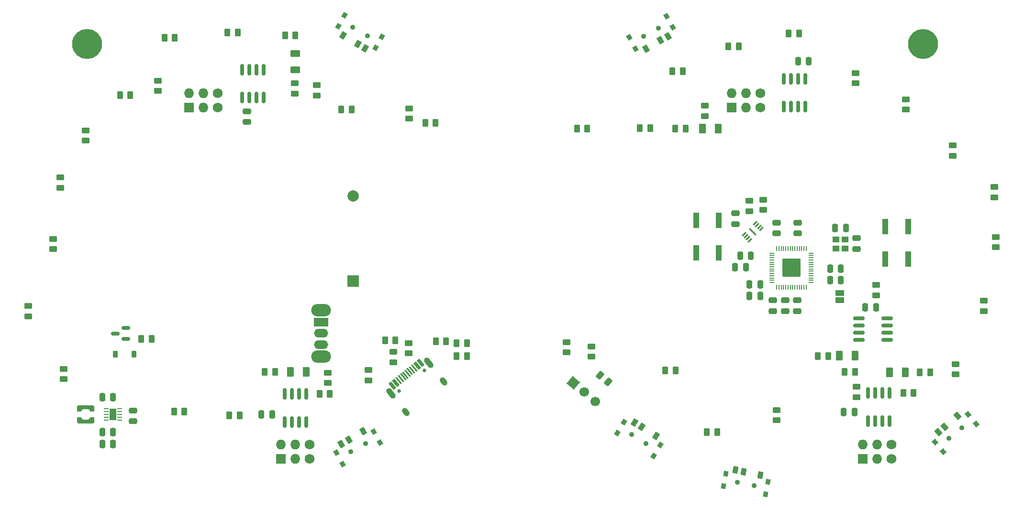
<source format=gbr>
%TF.GenerationSoftware,KiCad,Pcbnew,8.0.1*%
%TF.CreationDate,2024-06-21T13:35:14-04:00*%
%TF.ProjectId,CHV_DC32,4348565f-4443-4333-922e-6b696361645f,rev?*%
%TF.SameCoordinates,Original*%
%TF.FileFunction,Soldermask,Bot*%
%TF.FilePolarity,Negative*%
%FSLAX46Y46*%
G04 Gerber Fmt 4.6, Leading zero omitted, Abs format (unit mm)*
G04 Created by KiCad (PCBNEW 8.0.1) date 2024-06-21 13:35:14*
%MOMM*%
%LPD*%
G01*
G04 APERTURE LIST*
G04 Aperture macros list*
%AMRoundRect*
0 Rectangle with rounded corners*
0 $1 Rounding radius*
0 $2 $3 $4 $5 $6 $7 $8 $9 X,Y pos of 4 corners*
0 Add a 4 corners polygon primitive as box body*
4,1,4,$2,$3,$4,$5,$6,$7,$8,$9,$2,$3,0*
0 Add four circle primitives for the rounded corners*
1,1,$1+$1,$2,$3*
1,1,$1+$1,$4,$5*
1,1,$1+$1,$6,$7*
1,1,$1+$1,$8,$9*
0 Add four rect primitives between the rounded corners*
20,1,$1+$1,$2,$3,$4,$5,0*
20,1,$1+$1,$4,$5,$6,$7,0*
20,1,$1+$1,$6,$7,$8,$9,0*
20,1,$1+$1,$8,$9,$2,$3,0*%
%AMHorizOval*
0 Thick line with rounded ends*
0 $1 width*
0 $2 $3 position (X,Y) of the first rounded end (center of the circle)*
0 $4 $5 position (X,Y) of the second rounded end (center of the circle)*
0 Add line between two ends*
20,1,$1,$2,$3,$4,$5,0*
0 Add two circle primitives to create the rounded ends*
1,1,$1,$2,$3*
1,1,$1,$4,$5*%
%AMRotRect*
0 Rectangle, with rotation*
0 The origin of the aperture is its center*
0 $1 length*
0 $2 width*
0 $3 Rotation angle, in degrees counterclockwise*
0 Add horizontal line*
21,1,$1,$2,0,0,$3*%
%AMFreePoly0*
4,1,11,0.760000,0.825000,0.380000,0.510000,0.380000,-0.510000,0.760000,-0.825000,0.760000,-1.525000,-0.125000,-1.525000,-0.380000,-1.270000,-0.380000,1.270000,-0.125000,1.525000,0.760000,1.525000,0.760000,0.825000,0.760000,0.825000,$1*%
G04 Aperture macros list end*
%ADD10O,1.727200X1.727200*%
%ADD11R,1.727200X1.727200*%
%ADD12C,1.727200*%
%ADD13C,5.300000*%
%ADD14RoundRect,0.250000X0.475000X-0.250000X0.475000X0.250000X-0.475000X0.250000X-0.475000X-0.250000X0*%
%ADD15RoundRect,0.250000X-0.262500X-0.450000X0.262500X-0.450000X0.262500X0.450000X-0.262500X0.450000X0*%
%ADD16RoundRect,0.150000X0.150000X-0.825000X0.150000X0.825000X-0.150000X0.825000X-0.150000X-0.825000X0*%
%ADD17RoundRect,0.250000X-0.450000X0.262500X-0.450000X-0.262500X0.450000X-0.262500X0.450000X0.262500X0*%
%ADD18R,1.000000X2.750000*%
%ADD19RoundRect,0.250000X0.262500X0.450000X-0.262500X0.450000X-0.262500X-0.450000X0.262500X-0.450000X0*%
%ADD20RoundRect,0.250000X0.450000X-0.262500X0.450000X0.262500X-0.450000X0.262500X-0.450000X-0.262500X0*%
%ADD21RoundRect,0.250000X-0.250000X-0.475000X0.250000X-0.475000X0.250000X0.475000X-0.250000X0.475000X0*%
%ADD22RoundRect,0.250000X0.250000X0.475000X-0.250000X0.475000X-0.250000X-0.475000X0.250000X-0.475000X0*%
%ADD23RoundRect,0.250000X-0.375000X-0.625000X0.375000X-0.625000X0.375000X0.625000X-0.375000X0.625000X0*%
%ADD24RoundRect,0.250000X-0.475000X0.250000X-0.475000X-0.250000X0.475000X-0.250000X0.475000X0.250000X0*%
%ADD25C,0.900000*%
%ADD26RotRect,0.900000X1.250000X349.000000*%
%ADD27RotRect,0.800000X0.930000X349.000000*%
%ADD28RoundRect,0.150000X-0.150000X0.825000X-0.150000X-0.825000X0.150000X-0.825000X0.150000X0.825000X0*%
%ADD29RoundRect,0.250000X0.375000X0.625000X-0.375000X0.625000X-0.375000X-0.625000X0.375000X-0.625000X0*%
%ADD30RotRect,1.700000X1.700000X230.000000*%
%ADD31HorizOval,1.700000X0.000000X0.000000X0.000000X0.000000X0*%
%ADD32RotRect,0.900000X1.250000X328.000000*%
%ADD33RotRect,0.800000X0.930000X328.000000*%
%ADD34R,1.500000X1.000000*%
%ADD35RotRect,0.900000X1.250000X150.000000*%
%ADD36RotRect,0.800000X0.930000X150.000000*%
%ADD37R,2.000000X2.000000*%
%ADD38C,2.000000*%
%ADD39RotRect,0.300000X0.900000X135.000000*%
%ADD40RotRect,0.250000X1.650000X225.000000*%
%ADD41C,0.650000*%
%ADD42RotRect,0.600000X1.450000X219.000000*%
%ADD43RotRect,0.300000X1.450000X219.000000*%
%ADD44HorizOval,1.000000X-0.188796X0.233144X0.188796X-0.233144X0*%
%ADD45HorizOval,1.000000X-0.346126X0.427430X0.346126X-0.427430X0*%
%ADD46RotRect,0.900000X1.250000X40.000000*%
%ADD47RotRect,0.800000X0.930000X40.000000*%
%ADD48RotRect,0.900000X1.250000X210.000000*%
%ADD49RotRect,0.800000X0.930000X210.000000*%
%ADD50RotRect,0.900000X1.250000X30.000000*%
%ADD51RotRect,0.800000X0.930000X30.000000*%
%ADD52RoundRect,0.062500X-0.350000X-0.062500X0.350000X-0.062500X0.350000X0.062500X-0.350000X0.062500X0*%
%ADD53R,1.200000X2.000000*%
%ADD54RoundRect,0.150000X-0.825000X-0.150000X0.825000X-0.150000X0.825000X0.150000X-0.825000X0.150000X0*%
%ADD55O,3.500000X2.200000*%
%ADD56R,2.500000X1.500000*%
%ADD57O,2.500000X1.500000*%
%ADD58RoundRect,0.150000X0.587500X0.150000X-0.587500X0.150000X-0.587500X-0.150000X0.587500X-0.150000X0*%
%ADD59RoundRect,0.225000X-0.225000X-0.375000X0.225000X-0.375000X0.225000X0.375000X-0.225000X0.375000X0*%
%ADD60RoundRect,0.050000X-0.050000X0.387500X-0.050000X-0.387500X0.050000X-0.387500X0.050000X0.387500X0*%
%ADD61RoundRect,0.050000X-0.387500X0.050000X-0.387500X-0.050000X0.387500X-0.050000X0.387500X0.050000X0*%
%ADD62RoundRect,0.144000X-1.456000X1.456000X-1.456000X-1.456000X1.456000X-1.456000X1.456000X1.456000X0*%
%ADD63RoundRect,0.250000X-0.625000X0.375000X-0.625000X-0.375000X0.625000X-0.375000X0.625000X0.375000X0*%
%ADD64R,1.200000X1.100000*%
%ADD65RoundRect,0.250000X-0.490341X-0.175988X-0.088168X-0.513452X0.490341X0.175988X0.088168X0.513452X0*%
%ADD66FreePoly0,270.000000*%
%ADD67FreePoly0,90.000000*%
G04 APERTURE END LIST*
D10*
%TO.C,J7*%
X214015000Y-106360000D03*
D11*
X214015000Y-108900000D03*
D10*
X216555000Y-106360000D03*
X216555000Y-108900000D03*
D12*
X219095000Y-106360000D03*
X219095000Y-108900000D03*
%TD*%
D13*
%TO.C,H1*%
X76708000Y-35400000D03*
%TD*%
D10*
%TO.C,J5*%
X190790000Y-44085000D03*
D11*
X190790000Y-46625000D03*
D10*
X193330000Y-44085000D03*
X193330000Y-46625000D03*
D12*
X195870000Y-44085000D03*
X195870000Y-46625000D03*
%TD*%
D13*
%TO.C,H2*%
X224625000Y-35400000D03*
%TD*%
D10*
%TO.C,J3*%
X111015000Y-106360000D03*
D11*
X111015000Y-108900000D03*
D10*
X113555000Y-106360000D03*
X113555000Y-108900000D03*
D12*
X116095000Y-106360000D03*
X116095000Y-108900000D03*
%TD*%
D10*
%TO.C,J4*%
X94765000Y-44085000D03*
D11*
X94765000Y-46625000D03*
D10*
X97305000Y-44085000D03*
X97305000Y-46625000D03*
D12*
X99845000Y-44085000D03*
X99845000Y-46625000D03*
%TD*%
D14*
%TO.C,C3*%
X105050000Y-49200000D03*
X105050000Y-47300000D03*
%TD*%
D15*
%TO.C,R40*%
X92112500Y-100525000D03*
X93937500Y-100525000D03*
%TD*%
D14*
%TO.C,C17*%
X212862500Y-71675000D03*
X212862500Y-69775000D03*
%TD*%
D16*
%TO.C,U1*%
X107990000Y-44875000D03*
X106720000Y-44875000D03*
X105450000Y-44875000D03*
X104180000Y-44875000D03*
X104180000Y-39925000D03*
X105450000Y-39925000D03*
X106720000Y-39925000D03*
X107990000Y-39925000D03*
%TD*%
D17*
%TO.C,R37*%
X126525000Y-93162500D03*
X126525000Y-94987500D03*
%TD*%
D18*
%TO.C,S2*%
X218000000Y-67740000D03*
X218000000Y-73500000D03*
X222000000Y-67740000D03*
X222000000Y-73500000D03*
%TD*%
D15*
%TO.C,R60*%
X224087500Y-93550000D03*
X225912500Y-93550000D03*
%TD*%
D19*
%TO.C,R17*%
X192037500Y-35775000D03*
X190212500Y-35775000D03*
%TD*%
D20*
%TO.C,R22*%
X76475000Y-52512500D03*
X76475000Y-50687500D03*
%TD*%
D21*
%TO.C,C29*%
X79425000Y-104100000D03*
X81325000Y-104100000D03*
%TD*%
D22*
%TO.C,C12*%
X193325000Y-74900000D03*
X191425000Y-74900000D03*
%TD*%
D23*
%TO.C,D16*%
X185600000Y-50375000D03*
X188400000Y-50375000D03*
%TD*%
D20*
%TO.C,R53*%
X230450000Y-93937500D03*
X230450000Y-92112500D03*
%TD*%
D21*
%TO.C,C27*%
X79425000Y-97925000D03*
X81325000Y-97925000D03*
%TD*%
D15*
%TO.C,R14*%
X86312500Y-87650000D03*
X88137500Y-87650000D03*
%TD*%
D17*
%TO.C,R51*%
X198775000Y-100212500D03*
X198775000Y-102037500D03*
%TD*%
D20*
%TO.C,R58*%
X221575000Y-47012500D03*
X221575000Y-45187500D03*
%TD*%
D19*
%TO.C,R42*%
X103412500Y-33350000D03*
X101587500Y-33350000D03*
%TD*%
%TO.C,R34*%
X165262500Y-50350000D03*
X163437500Y-50350000D03*
%TD*%
D18*
%TO.C,S3*%
X188500000Y-72380000D03*
X188500000Y-66620000D03*
X184500000Y-72380000D03*
X184500000Y-66620000D03*
%TD*%
D20*
%TO.C,R3*%
X133675000Y-90187500D03*
X133675000Y-88362500D03*
%TD*%
D17*
%TO.C,R10*%
X196362500Y-62987500D03*
X196362500Y-64812500D03*
%TD*%
D23*
%TO.C,D2*%
X209825000Y-90600000D03*
X212625000Y-90600000D03*
%TD*%
D17*
%TO.C,R54*%
X235425000Y-80862500D03*
X235425000Y-82687500D03*
%TD*%
%TO.C,R45*%
X133725000Y-46787500D03*
X133725000Y-48612500D03*
%TD*%
D24*
%TO.C,C7*%
X200312500Y-80800000D03*
X200312500Y-82700000D03*
%TD*%
D14*
%TO.C,C11*%
X198737500Y-68925000D03*
X198737500Y-67025000D03*
%TD*%
D25*
%TO.C,S1*%
X191799311Y-113049714D03*
X194744193Y-113622140D03*
D26*
X191459020Y-110869730D03*
X192931460Y-111155944D03*
X195876342Y-111728371D03*
D27*
X189758137Y-111496706D03*
X189325000Y-113725000D03*
X197218504Y-112946854D03*
X196785367Y-115175148D03*
%TD*%
D24*
%TO.C,C15*%
X191462500Y-65375000D03*
X191462500Y-67275000D03*
%TD*%
%TO.C,C8*%
X202387500Y-80800000D03*
X202387500Y-82700000D03*
%TD*%
D15*
%TO.C,R36*%
X129475000Y-87925000D03*
X131300000Y-87925000D03*
%TD*%
D17*
%TO.C,R9*%
X193900000Y-63162500D03*
X193900000Y-64987500D03*
%TD*%
D28*
%TO.C,U4*%
X199990000Y-41550000D03*
X201260000Y-41550000D03*
X202530000Y-41550000D03*
X203800000Y-41550000D03*
X203800000Y-46500000D03*
X202530000Y-46500000D03*
X201260000Y-46500000D03*
X199990000Y-46500000D03*
%TD*%
D17*
%TO.C,R12*%
X117400000Y-42687500D03*
X117400000Y-44512500D03*
%TD*%
D29*
%TO.C,D22*%
X221500000Y-93575000D03*
X218700000Y-93575000D03*
%TD*%
D20*
%TO.C,R48*%
X166000000Y-90787500D03*
X166000000Y-88962500D03*
%TD*%
D19*
%TO.C,R33*%
X176400000Y-50325000D03*
X174575000Y-50325000D03*
%TD*%
D15*
%TO.C,R35*%
X138437500Y-88025000D03*
X140262500Y-88025000D03*
%TD*%
D19*
%TO.C,R49*%
X180875000Y-93200000D03*
X179050000Y-93200000D03*
%TD*%
D30*
%TO.C,J6*%
X162733494Y-95434639D03*
D31*
X164679247Y-97067320D03*
X166625000Y-98700000D03*
%TD*%
D25*
%TO.C,S8*%
X173101969Y-104581280D03*
X175646113Y-106171038D03*
D32*
X173565515Y-102424141D03*
X174837587Y-103219020D03*
X177381733Y-104808778D03*
D33*
X171752917Y-102399931D03*
X170550000Y-104325000D03*
X178198082Y-106427318D03*
X176995165Y-108352387D03*
%TD*%
D34*
%TO.C,J2*%
X209900000Y-79475000D03*
X209900000Y-80775000D03*
%TD*%
D25*
%TO.C,S5*%
X126350000Y-33950000D03*
X123751924Y-32450000D03*
D35*
X125962019Y-36122003D03*
X124662981Y-35372003D03*
X122064905Y-33872003D03*
D36*
X127774359Y-36082939D03*
X128909359Y-34117061D03*
X121192565Y-32282939D03*
X122327565Y-30317061D03*
%TD*%
D17*
%TO.C,R21*%
X71975000Y-59012500D03*
X71975000Y-60837500D03*
%TD*%
D23*
%TO.C,D18*%
X112750000Y-93500000D03*
X115550000Y-93500000D03*
%TD*%
D22*
%TO.C,C2*%
X210112500Y-77250000D03*
X208212500Y-77250000D03*
%TD*%
D21*
%TO.C,C1*%
X192287500Y-72925000D03*
X194187500Y-72925000D03*
%TD*%
D15*
%TO.C,R5*%
X142112500Y-90650000D03*
X143937500Y-90650000D03*
%TD*%
D20*
%TO.C,R4*%
X130900000Y-91750000D03*
X130900000Y-89925000D03*
%TD*%
D19*
%TO.C,R16*%
X202712500Y-33500000D03*
X200887500Y-33500000D03*
%TD*%
%TO.C,R23*%
X84387500Y-44475000D03*
X82562500Y-44475000D03*
%TD*%
%TO.C,R44*%
X123525000Y-47025000D03*
X121700000Y-47025000D03*
%TD*%
%TO.C,R32*%
X182137500Y-40225000D03*
X180312500Y-40225000D03*
%TD*%
D37*
%TO.C,BT1*%
X123835000Y-77345000D03*
D38*
X123835000Y-62355000D03*
%TD*%
D15*
%TO.C,R59*%
X221162500Y-97225000D03*
X222987500Y-97225000D03*
%TD*%
D20*
%TO.C,R24*%
X186075000Y-48137500D03*
X186075000Y-46312500D03*
%TD*%
D39*
%TO.C,IC1*%
X194951839Y-67114339D03*
X195305393Y-67467893D03*
X195658946Y-67821446D03*
X196012500Y-68175000D03*
X194032601Y-70154899D03*
X193679047Y-69801345D03*
X193325494Y-69447792D03*
X192971940Y-69094238D03*
D40*
X194492220Y-68634619D03*
%TD*%
D17*
%TO.C,R20*%
X70700000Y-69912500D03*
X70700000Y-71737500D03*
%TD*%
D21*
%TO.C,C30*%
X79425000Y-106225000D03*
X81325000Y-106225000D03*
%TD*%
D20*
%TO.C,R43*%
X113525000Y-44175000D03*
X113525000Y-42350000D03*
%TD*%
D41*
%TO.C,J8*%
X136416662Y-93188346D03*
X131924758Y-96825817D03*
D42*
X135787066Y-91838814D03*
X135165350Y-92342271D03*
D43*
X134232774Y-93097455D03*
X133455629Y-93726775D03*
X133067056Y-94041436D03*
X132289910Y-94670756D03*
D42*
X131357334Y-95425941D03*
X130735618Y-95929397D03*
X130735618Y-95929397D03*
X131357334Y-95425941D03*
D43*
X131901337Y-94985416D03*
X132678483Y-94356096D03*
X133844201Y-93412115D03*
X134621347Y-92782795D03*
D42*
X135165350Y-92342271D03*
X135787066Y-91838814D03*
D44*
X139825000Y-95125000D03*
D45*
X137194441Y-91876530D03*
D44*
X133110459Y-100562328D03*
D45*
X130479900Y-97313858D03*
%TD*%
D16*
%TO.C,U6*%
X115545000Y-102325000D03*
X114275000Y-102325000D03*
X113005000Y-102325000D03*
X111735000Y-102325000D03*
X111735000Y-97375000D03*
X113005000Y-97375000D03*
X114275000Y-97375000D03*
X115545000Y-97375000D03*
%TD*%
D19*
%TO.C,R7*%
X212637500Y-93475000D03*
X210812500Y-93475000D03*
%TD*%
%TO.C,R27*%
X110012500Y-93500000D03*
X108187500Y-93500000D03*
%TD*%
D22*
%TO.C,C19*%
X204445000Y-38450000D03*
X202545000Y-38450000D03*
%TD*%
D25*
%TO.C,S9*%
X229251866Y-105278362D03*
X231550000Y-103350000D03*
D46*
X227343549Y-104170911D03*
X228492615Y-103206729D03*
X230790749Y-101278367D03*
D47*
X226760400Y-105887313D03*
X228219528Y-107626234D03*
X232582338Y-101002128D03*
X234041466Y-102741049D03*
%TD*%
D25*
%TO.C,S6*%
X177812981Y-32577997D03*
X175214905Y-34077997D03*
D48*
X179500000Y-34000000D03*
X178200962Y-34750000D03*
X175602886Y-36250000D03*
D49*
X180372340Y-32410936D03*
X179237340Y-30445058D03*
X173790546Y-36210936D03*
X172655546Y-34245058D03*
%TD*%
D17*
%TO.C,R18*%
X72625000Y-92950000D03*
X72625000Y-94775000D03*
%TD*%
D20*
%TO.C,R57*%
X229925000Y-55175000D03*
X229925000Y-53350000D03*
%TD*%
D19*
%TO.C,R25*%
X182662500Y-50375000D03*
X180837500Y-50375000D03*
%TD*%
D25*
%TO.C,S7*%
X123412019Y-107647003D03*
X126010095Y-106147003D03*
D50*
X121725000Y-106225000D03*
X123024038Y-105475000D03*
X125622114Y-103975000D03*
D51*
X120852660Y-107814064D03*
X121987660Y-109779942D03*
X127434454Y-104014064D03*
X128569454Y-105979942D03*
%TD*%
D52*
%TO.C,U5*%
X80112500Y-102002654D03*
X80112500Y-101502654D03*
X80112500Y-101002654D03*
X80112500Y-100502654D03*
X80112500Y-100002654D03*
X82537500Y-100002654D03*
X82537500Y-100502654D03*
X82537500Y-101002654D03*
X82537500Y-101502654D03*
X82537500Y-102002654D03*
D53*
X81325000Y-101002654D03*
%TD*%
D21*
%TO.C,C5*%
X193962500Y-80000000D03*
X195862500Y-80000000D03*
%TD*%
D14*
%TO.C,C10*%
X202450000Y-68925000D03*
X202450000Y-67025000D03*
%TD*%
D17*
%TO.C,R19*%
X66350000Y-81812500D03*
X66350000Y-83637500D03*
%TD*%
D54*
%TO.C,U8*%
X213350000Y-87840000D03*
X213350000Y-86570000D03*
X213350000Y-85300000D03*
X213350000Y-84030000D03*
X218300000Y-84030000D03*
X218300000Y-85300000D03*
X218300000Y-86570000D03*
X218300000Y-87840000D03*
%TD*%
D20*
%TO.C,R56*%
X237300000Y-62550000D03*
X237300000Y-60725000D03*
%TD*%
D17*
%TO.C,R52*%
X212850000Y-96112500D03*
X212850000Y-97937500D03*
%TD*%
D21*
%TO.C,C16*%
X209087500Y-67975000D03*
X210987500Y-67975000D03*
%TD*%
D19*
%TO.C,R41*%
X92250000Y-34300000D03*
X90425000Y-34300000D03*
%TD*%
D21*
%TO.C,C4*%
X193962500Y-77950000D03*
X195862500Y-77950000D03*
%TD*%
D24*
%TO.C,C13*%
X198062500Y-80800000D03*
X198062500Y-82700000D03*
%TD*%
D20*
%TO.C,R47*%
X161600000Y-90012500D03*
X161600000Y-88187500D03*
%TD*%
%TO.C,R1*%
X89275000Y-43725000D03*
X89275000Y-41900000D03*
%TD*%
D21*
%TO.C,C9*%
X208212500Y-75225000D03*
X210112500Y-75225000D03*
%TD*%
D55*
%TO.C,SW1*%
X118110000Y-82550000D03*
X118110000Y-90750000D03*
D56*
X118110000Y-84650000D03*
D57*
X118110000Y-86650000D03*
X118110000Y-88650000D03*
%TD*%
D15*
%TO.C,R39*%
X101887500Y-101175000D03*
X103712500Y-101175000D03*
%TD*%
D20*
%TO.C,R15*%
X212725000Y-42375000D03*
X212725000Y-40550000D03*
%TD*%
D15*
%TO.C,R26*%
X117850000Y-97375000D03*
X119675000Y-97375000D03*
%TD*%
D58*
%TO.C,Q1*%
X83575000Y-85725000D03*
X83575000Y-87625000D03*
X81700000Y-86675000D03*
%TD*%
D59*
%TO.C,D1*%
X81700000Y-90350000D03*
X85000000Y-90350000D03*
%TD*%
D16*
%TO.C,U7*%
X218695000Y-102175000D03*
X217425000Y-102175000D03*
X216155000Y-102175000D03*
X214885000Y-102175000D03*
X214885000Y-97225000D03*
X216155000Y-97225000D03*
X217425000Y-97225000D03*
X218695000Y-97225000D03*
%TD*%
D21*
%TO.C,C21*%
X107600000Y-100975000D03*
X109500000Y-100975000D03*
%TD*%
D17*
%TO.C,R38*%
X119325000Y-93612500D03*
X119325000Y-95437500D03*
%TD*%
D15*
%TO.C,R46*%
X136562500Y-49325000D03*
X138387500Y-49325000D03*
%TD*%
D19*
%TO.C,R13*%
X113612500Y-33850000D03*
X111787500Y-33850000D03*
%TD*%
D21*
%TO.C,C6*%
X214425000Y-82025000D03*
X216325000Y-82025000D03*
%TD*%
D20*
%TO.C,R2*%
X216325000Y-79887500D03*
X216325000Y-78062500D03*
%TD*%
D15*
%TO.C,R6*%
X142112500Y-88425000D03*
X143937500Y-88425000D03*
%TD*%
D24*
%TO.C,C28*%
X84875000Y-100300000D03*
X84875000Y-102200000D03*
%TD*%
D60*
%TO.C,U2*%
X198775000Y-71612500D03*
X199175000Y-71612500D03*
X199575000Y-71612500D03*
X199975000Y-71612500D03*
X200375000Y-71612500D03*
X200775000Y-71612500D03*
X201175000Y-71612500D03*
X201575000Y-71612500D03*
X201975000Y-71612500D03*
X202375000Y-71612500D03*
X202775000Y-71612500D03*
X203175000Y-71612500D03*
X203575000Y-71612500D03*
X203975000Y-71612500D03*
D61*
X204812500Y-72450000D03*
X204812500Y-72850000D03*
X204812500Y-73250000D03*
X204812500Y-73650000D03*
X204812500Y-74050000D03*
X204812500Y-74450000D03*
X204812500Y-74850000D03*
X204812500Y-75250000D03*
X204812500Y-75650000D03*
X204812500Y-76050000D03*
X204812500Y-76450000D03*
X204812500Y-76850000D03*
X204812500Y-77250000D03*
X204812500Y-77650000D03*
D60*
X203975000Y-78487500D03*
X203575000Y-78487500D03*
X203175000Y-78487500D03*
X202775000Y-78487500D03*
X202375000Y-78487500D03*
X201975000Y-78487500D03*
X201575000Y-78487500D03*
X201175000Y-78487500D03*
X200775000Y-78487500D03*
X200375000Y-78487500D03*
X199975000Y-78487500D03*
X199575000Y-78487500D03*
X199175000Y-78487500D03*
X198775000Y-78487500D03*
D61*
X197937500Y-77650000D03*
X197937500Y-77250000D03*
X197937500Y-76850000D03*
X197937500Y-76450000D03*
X197937500Y-76050000D03*
X197937500Y-75650000D03*
X197937500Y-75250000D03*
X197937500Y-74850000D03*
X197937500Y-74450000D03*
X197937500Y-74050000D03*
X197937500Y-73650000D03*
X197937500Y-73250000D03*
X197937500Y-72850000D03*
X197937500Y-72450000D03*
D62*
X201375000Y-75050000D03*
%TD*%
D19*
%TO.C,R8*%
X207862500Y-90650000D03*
X206037500Y-90650000D03*
%TD*%
D17*
%TO.C,R55*%
X237525000Y-69587500D03*
X237525000Y-71412500D03*
%TD*%
D63*
%TO.C,D4*%
X113600000Y-37125000D03*
X113600000Y-39925000D03*
%TD*%
D19*
%TO.C,R50*%
X188225000Y-104125000D03*
X186400000Y-104125000D03*
%TD*%
D64*
%TO.C,Y1*%
X209252500Y-70025000D03*
X210872500Y-70025000D03*
X210872500Y-71625000D03*
X209252500Y-71625000D03*
%TD*%
D65*
%TO.C,R28*%
X167513484Y-94038456D03*
X168911516Y-95211544D03*
%TD*%
D21*
%TO.C,C23*%
X210625000Y-100600000D03*
X212525000Y-100600000D03*
%TD*%
D66*
%TO.C,L2*%
X76475000Y-99705000D03*
D67*
X76475000Y-102245000D03*
%TD*%
M02*

</source>
